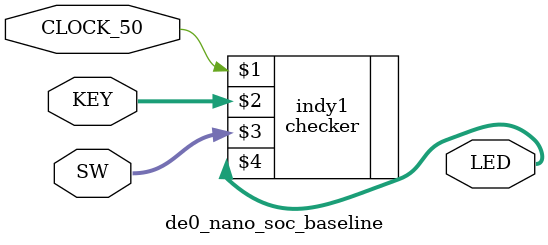
<source format=v>
module de0_nano_soc_baseline(
	input CLOCK_50,
	input	[1:0] KEY,
	output [7:0]LED,
	input	[3:0] SW
	);

	checker indy1 (CLOCK_50, KEY, SW, LED);
	
	endmodule 
</source>
